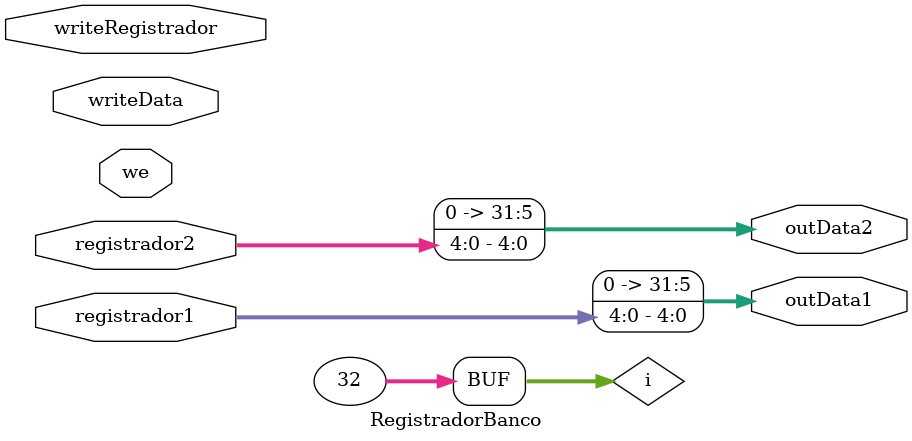
<source format=v>
module RegistradorBanco(
  
  input [4:0] registrador1, //operando 1
  input [4:0] registrador2, //operando dois 
  input [4:0] writeRegistrador,//distino
  input [31:0] writeData,  //escrever no registrador a partir da memoria
  output reg [31:0] outData1, //saida 1
  output reg [31:0] outData2,// saida 2
  input we  //desabilidatador
  
  
);
  
    reg [31:0] registradorBanco [31:0];

//inicializando o registradores 

integer i;

	initial
	begin
	    for(i = 0; i < 32; i = i+1)
		begin
	        registradorBanco[i] = 32'd4;
		end
	end
	
	always@ * begin 
	  
	  if(we)
	     registradorBanco[writeRegistrador]<=writeData;
	  
	
	
	 outData1=registrador1;
	   
	  outData2=registrador2;
	  
	  
	  
	
	  
	end
	
	endmodule

</source>
